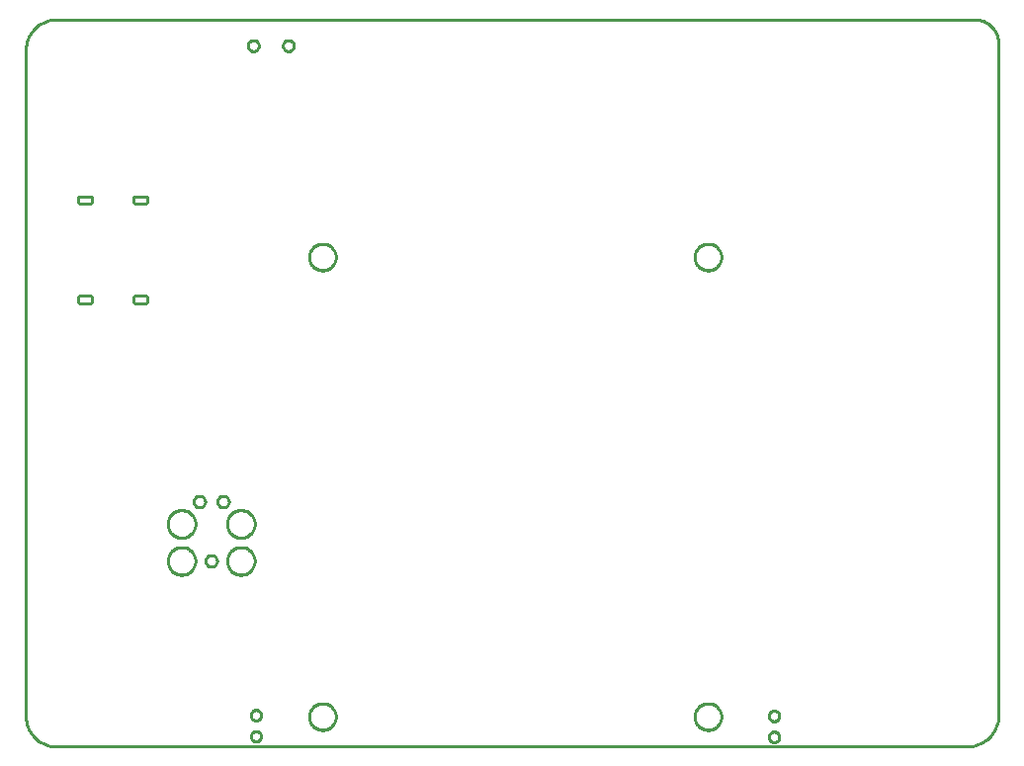
<source format=gbr>
G04 EAGLE Gerber RS-274X export*
G75*
%MOMM*%
%FSLAX34Y34*%
%LPD*%
%IN*%
%IPPOS*%
%AMOC8*
5,1,8,0,0,1.08239X$1,22.5*%
G01*
%ADD10C,0.254000*%


D10*
X-228600Y25400D02*
X-228503Y23186D01*
X-228214Y20989D01*
X-227735Y18826D01*
X-227068Y16713D01*
X-226220Y14666D01*
X-225197Y12700D01*
X-224006Y10831D01*
X-222658Y9073D01*
X-221161Y7440D01*
X-219527Y5942D01*
X-217769Y4594D01*
X-215900Y3403D01*
X-213935Y2380D01*
X-211887Y1532D01*
X-209774Y865D01*
X-207611Y386D01*
X-205414Y97D01*
X-203200Y0D01*
X577850Y0D01*
X580174Y102D01*
X582481Y405D01*
X584753Y909D01*
X586972Y1608D01*
X589121Y2499D01*
X591185Y3573D01*
X593147Y4823D01*
X594993Y6240D01*
X596709Y7811D01*
X598280Y9527D01*
X599697Y11373D01*
X600947Y13335D01*
X602021Y15399D01*
X602912Y17548D01*
X603611Y19767D01*
X604115Y22039D01*
X604419Y24346D01*
X604520Y26670D01*
X604520Y602234D01*
X604444Y603983D01*
X604215Y605718D01*
X603836Y607427D01*
X603310Y609097D01*
X602640Y610714D01*
X601832Y612267D01*
X600891Y613743D01*
X599825Y615132D01*
X598643Y616423D01*
X597352Y617605D01*
X595963Y618671D01*
X594487Y619612D01*
X592934Y620420D01*
X591317Y621090D01*
X589647Y621616D01*
X587938Y621995D01*
X586203Y622224D01*
X584454Y622300D01*
X-203200Y622300D01*
X-205414Y622203D01*
X-207611Y621914D01*
X-209774Y621435D01*
X-211887Y620768D01*
X-213935Y619920D01*
X-215900Y618897D01*
X-217769Y617706D01*
X-219527Y616358D01*
X-221161Y614861D01*
X-222658Y613227D01*
X-224006Y611469D01*
X-225197Y609600D01*
X-226220Y607635D01*
X-227068Y605587D01*
X-227735Y603474D01*
X-228214Y601311D01*
X-228503Y599114D01*
X-228600Y596900D01*
X-228600Y25400D01*
X-183900Y381150D02*
X-183895Y381028D01*
X-183879Y380907D01*
X-183852Y380788D01*
X-183816Y380671D01*
X-183769Y380558D01*
X-183712Y380450D01*
X-183647Y380347D01*
X-183572Y380250D01*
X-183490Y380160D01*
X-183400Y380078D01*
X-183303Y380003D01*
X-183200Y379938D01*
X-183092Y379881D01*
X-182979Y379834D01*
X-182862Y379798D01*
X-182743Y379771D01*
X-182622Y379755D01*
X-182500Y379750D01*
X-173300Y379750D01*
X-173178Y379755D01*
X-173057Y379771D01*
X-172938Y379798D01*
X-172821Y379834D01*
X-172708Y379881D01*
X-172600Y379938D01*
X-172497Y380003D01*
X-172400Y380078D01*
X-172310Y380160D01*
X-172228Y380250D01*
X-172153Y380347D01*
X-172088Y380450D01*
X-172031Y380558D01*
X-171984Y380671D01*
X-171948Y380788D01*
X-171921Y380907D01*
X-171905Y381028D01*
X-171900Y381150D01*
X-171900Y384350D01*
X-171905Y384472D01*
X-171921Y384593D01*
X-171948Y384712D01*
X-171984Y384829D01*
X-172031Y384942D01*
X-172088Y385050D01*
X-172153Y385153D01*
X-172228Y385250D01*
X-172310Y385340D01*
X-172400Y385422D01*
X-172497Y385497D01*
X-172600Y385562D01*
X-172708Y385619D01*
X-172821Y385666D01*
X-172938Y385702D01*
X-173057Y385729D01*
X-173178Y385745D01*
X-173300Y385750D01*
X-182500Y385750D01*
X-182622Y385745D01*
X-182743Y385729D01*
X-182862Y385702D01*
X-182979Y385666D01*
X-183092Y385619D01*
X-183200Y385562D01*
X-183303Y385497D01*
X-183400Y385422D01*
X-183490Y385340D01*
X-183572Y385250D01*
X-183647Y385153D01*
X-183712Y385050D01*
X-183769Y384942D01*
X-183816Y384829D01*
X-183852Y384712D01*
X-183879Y384593D01*
X-183895Y384472D01*
X-183900Y384350D01*
X-183900Y381150D01*
X-183900Y466550D02*
X-183895Y466428D01*
X-183879Y466307D01*
X-183852Y466188D01*
X-183816Y466071D01*
X-183769Y465958D01*
X-183712Y465850D01*
X-183647Y465747D01*
X-183572Y465650D01*
X-183490Y465560D01*
X-183400Y465478D01*
X-183303Y465403D01*
X-183200Y465338D01*
X-183092Y465281D01*
X-182979Y465234D01*
X-182862Y465198D01*
X-182743Y465171D01*
X-182622Y465155D01*
X-182500Y465150D01*
X-173300Y465150D01*
X-173178Y465155D01*
X-173057Y465171D01*
X-172938Y465198D01*
X-172821Y465234D01*
X-172708Y465281D01*
X-172600Y465338D01*
X-172497Y465403D01*
X-172400Y465478D01*
X-172310Y465560D01*
X-172228Y465650D01*
X-172153Y465747D01*
X-172088Y465850D01*
X-172031Y465958D01*
X-171984Y466071D01*
X-171948Y466188D01*
X-171921Y466307D01*
X-171905Y466428D01*
X-171900Y466550D01*
X-171900Y469750D01*
X-171905Y469872D01*
X-171921Y469993D01*
X-171948Y470112D01*
X-171984Y470229D01*
X-172031Y470342D01*
X-172088Y470450D01*
X-172153Y470553D01*
X-172228Y470650D01*
X-172310Y470740D01*
X-172400Y470822D01*
X-172497Y470897D01*
X-172600Y470962D01*
X-172708Y471019D01*
X-172821Y471066D01*
X-172938Y471102D01*
X-173057Y471129D01*
X-173178Y471145D01*
X-173300Y471150D01*
X-182500Y471150D01*
X-182622Y471145D01*
X-182743Y471129D01*
X-182862Y471102D01*
X-182979Y471066D01*
X-183092Y471019D01*
X-183200Y470962D01*
X-183303Y470897D01*
X-183400Y470822D01*
X-183490Y470740D01*
X-183572Y470650D01*
X-183647Y470553D01*
X-183712Y470450D01*
X-183769Y470342D01*
X-183816Y470229D01*
X-183852Y470112D01*
X-183879Y469993D01*
X-183895Y469872D01*
X-183900Y469750D01*
X-183900Y466550D01*
X-136600Y381150D02*
X-136595Y381028D01*
X-136579Y380907D01*
X-136552Y380788D01*
X-136516Y380671D01*
X-136469Y380558D01*
X-136412Y380450D01*
X-136347Y380347D01*
X-136272Y380250D01*
X-136190Y380160D01*
X-136100Y380078D01*
X-136003Y380003D01*
X-135900Y379938D01*
X-135792Y379881D01*
X-135679Y379834D01*
X-135562Y379798D01*
X-135443Y379771D01*
X-135322Y379755D01*
X-135200Y379750D01*
X-126000Y379750D01*
X-125878Y379755D01*
X-125757Y379771D01*
X-125638Y379798D01*
X-125521Y379834D01*
X-125408Y379881D01*
X-125300Y379938D01*
X-125197Y380003D01*
X-125100Y380078D01*
X-125010Y380160D01*
X-124928Y380250D01*
X-124853Y380347D01*
X-124788Y380450D01*
X-124731Y380558D01*
X-124684Y380671D01*
X-124648Y380788D01*
X-124621Y380907D01*
X-124605Y381028D01*
X-124600Y381150D01*
X-124600Y384350D01*
X-124605Y384472D01*
X-124621Y384593D01*
X-124648Y384712D01*
X-124684Y384829D01*
X-124731Y384942D01*
X-124788Y385050D01*
X-124853Y385153D01*
X-124928Y385250D01*
X-125010Y385340D01*
X-125100Y385422D01*
X-125197Y385497D01*
X-125300Y385562D01*
X-125408Y385619D01*
X-125521Y385666D01*
X-125638Y385702D01*
X-125757Y385729D01*
X-125878Y385745D01*
X-126000Y385750D01*
X-135200Y385750D01*
X-135322Y385745D01*
X-135443Y385729D01*
X-135562Y385702D01*
X-135679Y385666D01*
X-135792Y385619D01*
X-135900Y385562D01*
X-136003Y385497D01*
X-136100Y385422D01*
X-136190Y385340D01*
X-136272Y385250D01*
X-136347Y385153D01*
X-136412Y385050D01*
X-136469Y384942D01*
X-136516Y384829D01*
X-136552Y384712D01*
X-136579Y384593D01*
X-136595Y384472D01*
X-136600Y384350D01*
X-136600Y381150D01*
X-136600Y466550D02*
X-136595Y466428D01*
X-136579Y466307D01*
X-136552Y466188D01*
X-136516Y466071D01*
X-136469Y465958D01*
X-136412Y465850D01*
X-136347Y465747D01*
X-136272Y465650D01*
X-136190Y465560D01*
X-136100Y465478D01*
X-136003Y465403D01*
X-135900Y465338D01*
X-135792Y465281D01*
X-135679Y465234D01*
X-135562Y465198D01*
X-135443Y465171D01*
X-135322Y465155D01*
X-135200Y465150D01*
X-126000Y465150D01*
X-125878Y465155D01*
X-125757Y465171D01*
X-125638Y465198D01*
X-125521Y465234D01*
X-125408Y465281D01*
X-125300Y465338D01*
X-125197Y465403D01*
X-125100Y465478D01*
X-125010Y465560D01*
X-124928Y465650D01*
X-124853Y465747D01*
X-124788Y465850D01*
X-124731Y465958D01*
X-124684Y466071D01*
X-124648Y466188D01*
X-124621Y466307D01*
X-124605Y466428D01*
X-124600Y466550D01*
X-124600Y469750D01*
X-124605Y469872D01*
X-124621Y469993D01*
X-124648Y470112D01*
X-124684Y470229D01*
X-124731Y470342D01*
X-124788Y470450D01*
X-124853Y470553D01*
X-124928Y470650D01*
X-125010Y470740D01*
X-125100Y470822D01*
X-125197Y470897D01*
X-125300Y470962D01*
X-125408Y471019D01*
X-125521Y471066D01*
X-125638Y471102D01*
X-125757Y471129D01*
X-125878Y471145D01*
X-126000Y471150D01*
X-135200Y471150D01*
X-135322Y471145D01*
X-135443Y471129D01*
X-135562Y471102D01*
X-135679Y471066D01*
X-135792Y471019D01*
X-135900Y470962D01*
X-136003Y470897D01*
X-136100Y470822D01*
X-136190Y470740D01*
X-136272Y470650D01*
X-136347Y470553D01*
X-136412Y470450D01*
X-136469Y470342D01*
X-136516Y470229D01*
X-136552Y470112D01*
X-136579Y469993D01*
X-136595Y469872D01*
X-136600Y469750D01*
X-136600Y466550D01*
X36830Y24951D02*
X36760Y24056D01*
X36619Y23168D01*
X36409Y22295D01*
X36132Y21441D01*
X35788Y20611D01*
X35380Y19811D01*
X34911Y19045D01*
X34383Y18318D01*
X33800Y17635D01*
X33165Y17000D01*
X32482Y16417D01*
X31755Y15889D01*
X30989Y15420D01*
X30189Y15012D01*
X29359Y14668D01*
X28505Y14391D01*
X27632Y14181D01*
X26745Y14040D01*
X25849Y13970D01*
X24951Y13970D01*
X24056Y14040D01*
X23168Y14181D01*
X22295Y14391D01*
X21441Y14668D01*
X20611Y15012D01*
X19811Y15420D01*
X19045Y15889D01*
X18318Y16417D01*
X17635Y17000D01*
X17000Y17635D01*
X16417Y18318D01*
X15889Y19045D01*
X15420Y19811D01*
X15012Y20611D01*
X14668Y21441D01*
X14391Y22295D01*
X14181Y23168D01*
X14040Y24056D01*
X13970Y24951D01*
X13970Y25849D01*
X14040Y26745D01*
X14181Y27632D01*
X14391Y28505D01*
X14668Y29359D01*
X15012Y30189D01*
X15420Y30989D01*
X15889Y31755D01*
X16417Y32482D01*
X17000Y33165D01*
X17635Y33800D01*
X18318Y34383D01*
X19045Y34911D01*
X19811Y35380D01*
X20611Y35788D01*
X21441Y36132D01*
X22295Y36409D01*
X23168Y36619D01*
X24056Y36760D01*
X24951Y36830D01*
X25849Y36830D01*
X26745Y36760D01*
X27632Y36619D01*
X28505Y36409D01*
X29359Y36132D01*
X30189Y35788D01*
X30989Y35380D01*
X31755Y34911D01*
X32482Y34383D01*
X33165Y33800D01*
X33800Y33165D01*
X34383Y32482D01*
X34911Y31755D01*
X35380Y30989D01*
X35788Y30189D01*
X36132Y29359D01*
X36409Y28505D01*
X36619Y27632D01*
X36760Y26745D01*
X36830Y25849D01*
X36830Y24951D01*
X367030Y24951D02*
X366960Y24056D01*
X366819Y23168D01*
X366609Y22295D01*
X366332Y21441D01*
X365988Y20611D01*
X365580Y19811D01*
X365111Y19045D01*
X364583Y18318D01*
X364000Y17635D01*
X363365Y17000D01*
X362682Y16417D01*
X361955Y15889D01*
X361189Y15420D01*
X360389Y15012D01*
X359559Y14668D01*
X358705Y14391D01*
X357832Y14181D01*
X356945Y14040D01*
X356049Y13970D01*
X355151Y13970D01*
X354256Y14040D01*
X353368Y14181D01*
X352495Y14391D01*
X351641Y14668D01*
X350811Y15012D01*
X350011Y15420D01*
X349245Y15889D01*
X348518Y16417D01*
X347835Y17000D01*
X347200Y17635D01*
X346617Y18318D01*
X346089Y19045D01*
X345620Y19811D01*
X345212Y20611D01*
X344868Y21441D01*
X344591Y22295D01*
X344381Y23168D01*
X344240Y24056D01*
X344170Y24951D01*
X344170Y25849D01*
X344240Y26745D01*
X344381Y27632D01*
X344591Y28505D01*
X344868Y29359D01*
X345212Y30189D01*
X345620Y30989D01*
X346089Y31755D01*
X346617Y32482D01*
X347200Y33165D01*
X347835Y33800D01*
X348518Y34383D01*
X349245Y34911D01*
X350011Y35380D01*
X350811Y35788D01*
X351641Y36132D01*
X352495Y36409D01*
X353368Y36619D01*
X354256Y36760D01*
X355151Y36830D01*
X356049Y36830D01*
X356945Y36760D01*
X357832Y36619D01*
X358705Y36409D01*
X359559Y36132D01*
X360389Y35788D01*
X361189Y35380D01*
X361955Y34911D01*
X362682Y34383D01*
X363365Y33800D01*
X364000Y33165D01*
X364583Y32482D01*
X365111Y31755D01*
X365580Y30989D01*
X365988Y30189D01*
X366332Y29359D01*
X366609Y28505D01*
X366819Y27632D01*
X366960Y26745D01*
X367030Y25849D01*
X367030Y24951D01*
X367030Y418651D02*
X366960Y417756D01*
X366819Y416868D01*
X366609Y415995D01*
X366332Y415141D01*
X365988Y414311D01*
X365580Y413511D01*
X365111Y412745D01*
X364583Y412018D01*
X364000Y411335D01*
X363365Y410700D01*
X362682Y410117D01*
X361955Y409589D01*
X361189Y409120D01*
X360389Y408712D01*
X359559Y408368D01*
X358705Y408091D01*
X357832Y407881D01*
X356945Y407740D01*
X356049Y407670D01*
X355151Y407670D01*
X354256Y407740D01*
X353368Y407881D01*
X352495Y408091D01*
X351641Y408368D01*
X350811Y408712D01*
X350011Y409120D01*
X349245Y409589D01*
X348518Y410117D01*
X347835Y410700D01*
X347200Y411335D01*
X346617Y412018D01*
X346089Y412745D01*
X345620Y413511D01*
X345212Y414311D01*
X344868Y415141D01*
X344591Y415995D01*
X344381Y416868D01*
X344240Y417756D01*
X344170Y418651D01*
X344170Y419549D01*
X344240Y420445D01*
X344381Y421332D01*
X344591Y422205D01*
X344868Y423059D01*
X345212Y423889D01*
X345620Y424689D01*
X346089Y425455D01*
X346617Y426182D01*
X347200Y426865D01*
X347835Y427500D01*
X348518Y428083D01*
X349245Y428611D01*
X350011Y429080D01*
X350811Y429488D01*
X351641Y429832D01*
X352495Y430109D01*
X353368Y430319D01*
X354256Y430460D01*
X355151Y430530D01*
X356049Y430530D01*
X356945Y430460D01*
X357832Y430319D01*
X358705Y430109D01*
X359559Y429832D01*
X360389Y429488D01*
X361189Y429080D01*
X361955Y428611D01*
X362682Y428083D01*
X363365Y427500D01*
X364000Y426865D01*
X364583Y426182D01*
X365111Y425455D01*
X365580Y424689D01*
X365988Y423889D01*
X366332Y423059D01*
X366609Y422205D01*
X366819Y421332D01*
X366960Y420445D01*
X367030Y419549D01*
X367030Y418651D01*
X36830Y418651D02*
X36760Y417756D01*
X36619Y416868D01*
X36409Y415995D01*
X36132Y415141D01*
X35788Y414311D01*
X35380Y413511D01*
X34911Y412745D01*
X34383Y412018D01*
X33800Y411335D01*
X33165Y410700D01*
X32482Y410117D01*
X31755Y409589D01*
X30989Y409120D01*
X30189Y408712D01*
X29359Y408368D01*
X28505Y408091D01*
X27632Y407881D01*
X26745Y407740D01*
X25849Y407670D01*
X24951Y407670D01*
X24056Y407740D01*
X23168Y407881D01*
X22295Y408091D01*
X21441Y408368D01*
X20611Y408712D01*
X19811Y409120D01*
X19045Y409589D01*
X18318Y410117D01*
X17635Y410700D01*
X17000Y411335D01*
X16417Y412018D01*
X15889Y412745D01*
X15420Y413511D01*
X15012Y414311D01*
X14668Y415141D01*
X14391Y415995D01*
X14181Y416868D01*
X14040Y417756D01*
X13970Y418651D01*
X13970Y419549D01*
X14040Y420445D01*
X14181Y421332D01*
X14391Y422205D01*
X14668Y423059D01*
X15012Y423889D01*
X15420Y424689D01*
X15889Y425455D01*
X16417Y426182D01*
X17000Y426865D01*
X17635Y427500D01*
X18318Y428083D01*
X19045Y428611D01*
X19811Y429080D01*
X20611Y429488D01*
X21441Y429832D01*
X22295Y430109D01*
X23168Y430319D01*
X24056Y430460D01*
X24951Y430530D01*
X25849Y430530D01*
X26745Y430460D01*
X27632Y430319D01*
X28505Y430109D01*
X29359Y429832D01*
X30189Y429488D01*
X30989Y429080D01*
X31755Y428611D01*
X32482Y428083D01*
X33165Y427500D01*
X33800Y426865D01*
X34383Y426182D01*
X34911Y425455D01*
X35380Y424689D01*
X35788Y423889D01*
X36132Y423059D01*
X36409Y422205D01*
X36619Y421332D01*
X36760Y420445D01*
X36830Y419549D01*
X36830Y418651D01*
X-69572Y163703D02*
X-69019Y163641D01*
X-68477Y163517D01*
X-67952Y163333D01*
X-67450Y163092D01*
X-66979Y162796D01*
X-66544Y162449D01*
X-66151Y162056D01*
X-65804Y161621D01*
X-65508Y161150D01*
X-65267Y160648D01*
X-65083Y160123D01*
X-64959Y159581D01*
X-64897Y159028D01*
X-64897Y158472D01*
X-64959Y157919D01*
X-65083Y157377D01*
X-65267Y156852D01*
X-65508Y156350D01*
X-65804Y155879D01*
X-66151Y155444D01*
X-66544Y155051D01*
X-66979Y154704D01*
X-67450Y154408D01*
X-67952Y154167D01*
X-68477Y153983D01*
X-69019Y153859D01*
X-69572Y153797D01*
X-70128Y153797D01*
X-70681Y153859D01*
X-71223Y153983D01*
X-71748Y154167D01*
X-72250Y154408D01*
X-72721Y154704D01*
X-73156Y155051D01*
X-73549Y155444D01*
X-73896Y155879D01*
X-74192Y156350D01*
X-74433Y156852D01*
X-74617Y157377D01*
X-74741Y157919D01*
X-74803Y158472D01*
X-74803Y159028D01*
X-74741Y159581D01*
X-74617Y160123D01*
X-74433Y160648D01*
X-74192Y161150D01*
X-73896Y161621D01*
X-73549Y162056D01*
X-73156Y162449D01*
X-72721Y162796D01*
X-72250Y163092D01*
X-71748Y163333D01*
X-71223Y163517D01*
X-70681Y163641D01*
X-70128Y163703D01*
X-69572Y163703D01*
X-79722Y214503D02*
X-79169Y214441D01*
X-78627Y214317D01*
X-78102Y214133D01*
X-77600Y213892D01*
X-77129Y213596D01*
X-76694Y213249D01*
X-76301Y212856D01*
X-75954Y212421D01*
X-75658Y211950D01*
X-75417Y211448D01*
X-75233Y210923D01*
X-75109Y210381D01*
X-75047Y209828D01*
X-75047Y209272D01*
X-75109Y208719D01*
X-75233Y208177D01*
X-75417Y207652D01*
X-75658Y207150D01*
X-75954Y206679D01*
X-76301Y206244D01*
X-76694Y205851D01*
X-77129Y205504D01*
X-77600Y205208D01*
X-78102Y204967D01*
X-78627Y204783D01*
X-79169Y204659D01*
X-79722Y204597D01*
X-80278Y204597D01*
X-80831Y204659D01*
X-81373Y204783D01*
X-81898Y204967D01*
X-82400Y205208D01*
X-82871Y205504D01*
X-83306Y205851D01*
X-83699Y206244D01*
X-84046Y206679D01*
X-84342Y207150D01*
X-84583Y207652D01*
X-84767Y208177D01*
X-84891Y208719D01*
X-84953Y209272D01*
X-84953Y209828D01*
X-84891Y210381D01*
X-84767Y210923D01*
X-84583Y211448D01*
X-84342Y211950D01*
X-84046Y212421D01*
X-83699Y212856D01*
X-83306Y213249D01*
X-82871Y213596D01*
X-82400Y213892D01*
X-81898Y214133D01*
X-81373Y214317D01*
X-80831Y214441D01*
X-80278Y214503D01*
X-79722Y214503D01*
X-59422Y214503D02*
X-58869Y214441D01*
X-58327Y214317D01*
X-57802Y214133D01*
X-57300Y213892D01*
X-56829Y213596D01*
X-56394Y213249D01*
X-56001Y212856D01*
X-55654Y212421D01*
X-55358Y211950D01*
X-55117Y211448D01*
X-54933Y210923D01*
X-54809Y210381D01*
X-54747Y209828D01*
X-54747Y209272D01*
X-54809Y208719D01*
X-54933Y208177D01*
X-55117Y207652D01*
X-55358Y207150D01*
X-55654Y206679D01*
X-56001Y206244D01*
X-56394Y205851D01*
X-56829Y205504D01*
X-57300Y205208D01*
X-57802Y204967D01*
X-58327Y204783D01*
X-58869Y204659D01*
X-59422Y204597D01*
X-59978Y204597D01*
X-60531Y204659D01*
X-61073Y204783D01*
X-61598Y204967D01*
X-62100Y205208D01*
X-62571Y205504D01*
X-63006Y205851D01*
X-63399Y206244D01*
X-63746Y206679D01*
X-64042Y207150D01*
X-64283Y207652D01*
X-64467Y208177D01*
X-64591Y208719D01*
X-64653Y209272D01*
X-64653Y209828D01*
X-64591Y210381D01*
X-64467Y210923D01*
X-64283Y211448D01*
X-64042Y211950D01*
X-63746Y212421D01*
X-63399Y212856D01*
X-63006Y213249D01*
X-62571Y213596D01*
X-62100Y213892D01*
X-61598Y214133D01*
X-61073Y214317D01*
X-60531Y214441D01*
X-59978Y214503D01*
X-59422Y214503D01*
X-94783Y170625D02*
X-93853Y170551D01*
X-92932Y170405D01*
X-92024Y170188D01*
X-91137Y169899D01*
X-90275Y169542D01*
X-89443Y169118D01*
X-88648Y168631D01*
X-87893Y168082D01*
X-87183Y167476D01*
X-86524Y166817D01*
X-85918Y166107D01*
X-85369Y165352D01*
X-84882Y164557D01*
X-84458Y163725D01*
X-84101Y162863D01*
X-83813Y161976D01*
X-83595Y161068D01*
X-83449Y160147D01*
X-83376Y159217D01*
X-83376Y158283D01*
X-83449Y157353D01*
X-83595Y156432D01*
X-83813Y155524D01*
X-84101Y154637D01*
X-84458Y153775D01*
X-84882Y152943D01*
X-85369Y152148D01*
X-85918Y151393D01*
X-86524Y150683D01*
X-87183Y150024D01*
X-87893Y149418D01*
X-88648Y148869D01*
X-89443Y148382D01*
X-90275Y147958D01*
X-91137Y147601D01*
X-92024Y147313D01*
X-92932Y147095D01*
X-93853Y146949D01*
X-94783Y146876D01*
X-95717Y146876D01*
X-96647Y146949D01*
X-97568Y147095D01*
X-98476Y147313D01*
X-99363Y147601D01*
X-100225Y147958D01*
X-101057Y148382D01*
X-101852Y148869D01*
X-102607Y149418D01*
X-103317Y150024D01*
X-103976Y150683D01*
X-104582Y151393D01*
X-105131Y152148D01*
X-105618Y152943D01*
X-106042Y153775D01*
X-106399Y154637D01*
X-106688Y155524D01*
X-106905Y156432D01*
X-107051Y157353D01*
X-107125Y158283D01*
X-107125Y159217D01*
X-107051Y160147D01*
X-106905Y161068D01*
X-106688Y161976D01*
X-106399Y162863D01*
X-106042Y163725D01*
X-105618Y164557D01*
X-105131Y165352D01*
X-104582Y166107D01*
X-103976Y166817D01*
X-103317Y167476D01*
X-102607Y168082D01*
X-101852Y168631D01*
X-101057Y169118D01*
X-100225Y169542D01*
X-99363Y169899D01*
X-98476Y170188D01*
X-97568Y170405D01*
X-96647Y170551D01*
X-95717Y170625D01*
X-94783Y170625D01*
X-94783Y202375D02*
X-93853Y202301D01*
X-92932Y202155D01*
X-92024Y201938D01*
X-91137Y201649D01*
X-90275Y201292D01*
X-89443Y200868D01*
X-88648Y200381D01*
X-87893Y199832D01*
X-87183Y199226D01*
X-86524Y198567D01*
X-85918Y197857D01*
X-85369Y197102D01*
X-84882Y196307D01*
X-84458Y195475D01*
X-84101Y194613D01*
X-83813Y193726D01*
X-83595Y192818D01*
X-83449Y191897D01*
X-83376Y190967D01*
X-83376Y190033D01*
X-83449Y189103D01*
X-83595Y188182D01*
X-83813Y187274D01*
X-84101Y186387D01*
X-84458Y185525D01*
X-84882Y184693D01*
X-85369Y183898D01*
X-85918Y183143D01*
X-86524Y182433D01*
X-87183Y181774D01*
X-87893Y181168D01*
X-88648Y180619D01*
X-89443Y180132D01*
X-90275Y179708D01*
X-91137Y179351D01*
X-92024Y179063D01*
X-92932Y178845D01*
X-93853Y178699D01*
X-94783Y178626D01*
X-95717Y178626D01*
X-96647Y178699D01*
X-97568Y178845D01*
X-98476Y179063D01*
X-99363Y179351D01*
X-100225Y179708D01*
X-101057Y180132D01*
X-101852Y180619D01*
X-102607Y181168D01*
X-103317Y181774D01*
X-103976Y182433D01*
X-104582Y183143D01*
X-105131Y183898D01*
X-105618Y184693D01*
X-106042Y185525D01*
X-106399Y186387D01*
X-106688Y187274D01*
X-106905Y188182D01*
X-107051Y189103D01*
X-107125Y190033D01*
X-107125Y190967D01*
X-107051Y191897D01*
X-106905Y192818D01*
X-106688Y193726D01*
X-106399Y194613D01*
X-106042Y195475D01*
X-105618Y196307D01*
X-105131Y197102D01*
X-104582Y197857D01*
X-103976Y198567D01*
X-103317Y199226D01*
X-102607Y199832D01*
X-101852Y200381D01*
X-101057Y200868D01*
X-100225Y201292D01*
X-99363Y201649D01*
X-98476Y201938D01*
X-97568Y202155D01*
X-96647Y202301D01*
X-95717Y202375D01*
X-94783Y202375D01*
X-43983Y202375D02*
X-43053Y202301D01*
X-42132Y202155D01*
X-41224Y201938D01*
X-40337Y201649D01*
X-39475Y201292D01*
X-38643Y200868D01*
X-37848Y200381D01*
X-37093Y199832D01*
X-36383Y199226D01*
X-35724Y198567D01*
X-35118Y197857D01*
X-34569Y197102D01*
X-34082Y196307D01*
X-33658Y195475D01*
X-33301Y194613D01*
X-33013Y193726D01*
X-32795Y192818D01*
X-32649Y191897D01*
X-32576Y190967D01*
X-32576Y190033D01*
X-32649Y189103D01*
X-32795Y188182D01*
X-33013Y187274D01*
X-33301Y186387D01*
X-33658Y185525D01*
X-34082Y184693D01*
X-34569Y183898D01*
X-35118Y183143D01*
X-35724Y182433D01*
X-36383Y181774D01*
X-37093Y181168D01*
X-37848Y180619D01*
X-38643Y180132D01*
X-39475Y179708D01*
X-40337Y179351D01*
X-41224Y179063D01*
X-42132Y178845D01*
X-43053Y178699D01*
X-43983Y178626D01*
X-44917Y178626D01*
X-45847Y178699D01*
X-46768Y178845D01*
X-47676Y179063D01*
X-48563Y179351D01*
X-49425Y179708D01*
X-50257Y180132D01*
X-51052Y180619D01*
X-51807Y181168D01*
X-52517Y181774D01*
X-53176Y182433D01*
X-53782Y183143D01*
X-54331Y183898D01*
X-54818Y184693D01*
X-55242Y185525D01*
X-55599Y186387D01*
X-55888Y187274D01*
X-56105Y188182D01*
X-56251Y189103D01*
X-56325Y190033D01*
X-56325Y190967D01*
X-56251Y191897D01*
X-56105Y192818D01*
X-55888Y193726D01*
X-55599Y194613D01*
X-55242Y195475D01*
X-54818Y196307D01*
X-54331Y197102D01*
X-53782Y197857D01*
X-53176Y198567D01*
X-52517Y199226D01*
X-51807Y199832D01*
X-51052Y200381D01*
X-50257Y200868D01*
X-49425Y201292D01*
X-48563Y201649D01*
X-47676Y201938D01*
X-46768Y202155D01*
X-45847Y202301D01*
X-44917Y202375D01*
X-43983Y202375D01*
X-43983Y170625D02*
X-43053Y170551D01*
X-42132Y170405D01*
X-41224Y170188D01*
X-40337Y169899D01*
X-39475Y169542D01*
X-38643Y169118D01*
X-37848Y168631D01*
X-37093Y168082D01*
X-36383Y167476D01*
X-35724Y166817D01*
X-35118Y166107D01*
X-34569Y165352D01*
X-34082Y164557D01*
X-33658Y163725D01*
X-33301Y162863D01*
X-33013Y161976D01*
X-32795Y161068D01*
X-32649Y160147D01*
X-32576Y159217D01*
X-32576Y158283D01*
X-32649Y157353D01*
X-32795Y156432D01*
X-33013Y155524D01*
X-33301Y154637D01*
X-33658Y153775D01*
X-34082Y152943D01*
X-34569Y152148D01*
X-35118Y151393D01*
X-35724Y150683D01*
X-36383Y150024D01*
X-37093Y149418D01*
X-37848Y148869D01*
X-38643Y148382D01*
X-39475Y147958D01*
X-40337Y147601D01*
X-41224Y147313D01*
X-42132Y147095D01*
X-43053Y146949D01*
X-43983Y146876D01*
X-44917Y146876D01*
X-45847Y146949D01*
X-46768Y147095D01*
X-47676Y147313D01*
X-48563Y147601D01*
X-49425Y147958D01*
X-50257Y148382D01*
X-51052Y148869D01*
X-51807Y149418D01*
X-52517Y150024D01*
X-53176Y150683D01*
X-53782Y151393D01*
X-54331Y152148D01*
X-54818Y152943D01*
X-55242Y153775D01*
X-55599Y154637D01*
X-55888Y155524D01*
X-56105Y156432D01*
X-56251Y157353D01*
X-56325Y158283D01*
X-56325Y159217D01*
X-56251Y160147D01*
X-56105Y161068D01*
X-55888Y161976D01*
X-55599Y162863D01*
X-55242Y163725D01*
X-54818Y164557D01*
X-54331Y165352D01*
X-53782Y166107D01*
X-53176Y166817D01*
X-52517Y167476D01*
X-51807Y168082D01*
X-51052Y168631D01*
X-50257Y169118D01*
X-49425Y169542D01*
X-48563Y169899D01*
X-47676Y170188D01*
X-46768Y170405D01*
X-45847Y170551D01*
X-44917Y170625D01*
X-43983Y170625D01*
X-29046Y599935D02*
X-29106Y599405D01*
X-29224Y598885D01*
X-29401Y598381D01*
X-29632Y597901D01*
X-29916Y597449D01*
X-30249Y597032D01*
X-30626Y596655D01*
X-31043Y596322D01*
X-31495Y596038D01*
X-31975Y595807D01*
X-32479Y595630D01*
X-32999Y595512D01*
X-33529Y595452D01*
X-34063Y595452D01*
X-34593Y595512D01*
X-35113Y595630D01*
X-35617Y595807D01*
X-36097Y596038D01*
X-36549Y596322D01*
X-36966Y596655D01*
X-37343Y597032D01*
X-37676Y597449D01*
X-37960Y597901D01*
X-38191Y598381D01*
X-38368Y598885D01*
X-38486Y599405D01*
X-38546Y599935D01*
X-38546Y600469D01*
X-38486Y600999D01*
X-38368Y601519D01*
X-38191Y602023D01*
X-37960Y602503D01*
X-37676Y602955D01*
X-37343Y603372D01*
X-36966Y603749D01*
X-36549Y604082D01*
X-36097Y604366D01*
X-35617Y604597D01*
X-35113Y604774D01*
X-34593Y604892D01*
X-34063Y604952D01*
X-33529Y604952D01*
X-32999Y604892D01*
X-32479Y604774D01*
X-31975Y604597D01*
X-31495Y604366D01*
X-31043Y604082D01*
X-30626Y603749D01*
X-30249Y603372D01*
X-29916Y602955D01*
X-29632Y602503D01*
X-29401Y602023D01*
X-29224Y601519D01*
X-29106Y600999D01*
X-29046Y600469D01*
X-29046Y599935D01*
X954Y599935D02*
X894Y599405D01*
X776Y598885D01*
X599Y598381D01*
X368Y597901D01*
X84Y597449D01*
X-249Y597032D01*
X-626Y596655D01*
X-1043Y596322D01*
X-1495Y596038D01*
X-1975Y595807D01*
X-2479Y595630D01*
X-2999Y595512D01*
X-3529Y595452D01*
X-4063Y595452D01*
X-4593Y595512D01*
X-5113Y595630D01*
X-5617Y595807D01*
X-6097Y596038D01*
X-6549Y596322D01*
X-6966Y596655D01*
X-7343Y597032D01*
X-7676Y597449D01*
X-7960Y597901D01*
X-8191Y598381D01*
X-8368Y598885D01*
X-8486Y599405D01*
X-8546Y599935D01*
X-8546Y600469D01*
X-8486Y600999D01*
X-8368Y601519D01*
X-8191Y602023D01*
X-7960Y602503D01*
X-7676Y602955D01*
X-7343Y603372D01*
X-6966Y603749D01*
X-6549Y604082D01*
X-6097Y604366D01*
X-5617Y604597D01*
X-5113Y604774D01*
X-4593Y604892D01*
X-4063Y604952D01*
X-3529Y604952D01*
X-2999Y604892D01*
X-2479Y604774D01*
X-1975Y604597D01*
X-1495Y604366D01*
X-1043Y604082D01*
X-626Y603749D01*
X-249Y603372D01*
X84Y602955D01*
X368Y602503D01*
X599Y602023D01*
X776Y601519D01*
X894Y600999D01*
X954Y600469D01*
X954Y599935D01*
X-26996Y8231D02*
X-27073Y7646D01*
X-27226Y7076D01*
X-27451Y6531D01*
X-27746Y6021D01*
X-28105Y5553D01*
X-28523Y5135D01*
X-28991Y4776D01*
X-29501Y4481D01*
X-30046Y4256D01*
X-30616Y4103D01*
X-31201Y4026D01*
X-31791Y4026D01*
X-32376Y4103D01*
X-32946Y4256D01*
X-33491Y4481D01*
X-34001Y4776D01*
X-34469Y5135D01*
X-34887Y5553D01*
X-35246Y6021D01*
X-35541Y6531D01*
X-35766Y7076D01*
X-35919Y7646D01*
X-35996Y8231D01*
X-35996Y8821D01*
X-35919Y9406D01*
X-35766Y9976D01*
X-35541Y10521D01*
X-35246Y11031D01*
X-34887Y11499D01*
X-34469Y11917D01*
X-34001Y12276D01*
X-33491Y12571D01*
X-32946Y12796D01*
X-32376Y12949D01*
X-31791Y13026D01*
X-31201Y13026D01*
X-30616Y12949D01*
X-30046Y12796D01*
X-29501Y12571D01*
X-28991Y12276D01*
X-28523Y11917D01*
X-28105Y11499D01*
X-27746Y11031D01*
X-27451Y10521D01*
X-27226Y9976D01*
X-27073Y9406D01*
X-26996Y8821D01*
X-26996Y8231D01*
X-26996Y26231D02*
X-27073Y25646D01*
X-27226Y25076D01*
X-27451Y24531D01*
X-27746Y24021D01*
X-28105Y23553D01*
X-28523Y23135D01*
X-28991Y22776D01*
X-29501Y22481D01*
X-30046Y22256D01*
X-30616Y22103D01*
X-31201Y22026D01*
X-31791Y22026D01*
X-32376Y22103D01*
X-32946Y22256D01*
X-33491Y22481D01*
X-34001Y22776D01*
X-34469Y23135D01*
X-34887Y23553D01*
X-35246Y24021D01*
X-35541Y24531D01*
X-35766Y25076D01*
X-35919Y25646D01*
X-35996Y26231D01*
X-35996Y26821D01*
X-35919Y27406D01*
X-35766Y27976D01*
X-35541Y28521D01*
X-35246Y29031D01*
X-34887Y29499D01*
X-34469Y29917D01*
X-34001Y30276D01*
X-33491Y30571D01*
X-32946Y30796D01*
X-32376Y30949D01*
X-31791Y31026D01*
X-31201Y31026D01*
X-30616Y30949D01*
X-30046Y30796D01*
X-29501Y30571D01*
X-28991Y30276D01*
X-28523Y29917D01*
X-28105Y29499D01*
X-27746Y29031D01*
X-27451Y28521D01*
X-27226Y27976D01*
X-27073Y27406D01*
X-26996Y26821D01*
X-26996Y26231D01*
X416742Y7723D02*
X416665Y7138D01*
X416512Y6568D01*
X416287Y6023D01*
X415992Y5513D01*
X415633Y5045D01*
X415215Y4627D01*
X414747Y4268D01*
X414237Y3973D01*
X413692Y3748D01*
X413122Y3595D01*
X412537Y3518D01*
X411947Y3518D01*
X411362Y3595D01*
X410792Y3748D01*
X410247Y3973D01*
X409737Y4268D01*
X409269Y4627D01*
X408851Y5045D01*
X408492Y5513D01*
X408197Y6023D01*
X407972Y6568D01*
X407819Y7138D01*
X407742Y7723D01*
X407742Y8313D01*
X407819Y8898D01*
X407972Y9468D01*
X408197Y10013D01*
X408492Y10523D01*
X408851Y10991D01*
X409269Y11409D01*
X409737Y11768D01*
X410247Y12063D01*
X410792Y12288D01*
X411362Y12441D01*
X411947Y12518D01*
X412537Y12518D01*
X413122Y12441D01*
X413692Y12288D01*
X414237Y12063D01*
X414747Y11768D01*
X415215Y11409D01*
X415633Y10991D01*
X415992Y10523D01*
X416287Y10013D01*
X416512Y9468D01*
X416665Y8898D01*
X416742Y8313D01*
X416742Y7723D01*
X416742Y25723D02*
X416665Y25138D01*
X416512Y24568D01*
X416287Y24023D01*
X415992Y23513D01*
X415633Y23045D01*
X415215Y22627D01*
X414747Y22268D01*
X414237Y21973D01*
X413692Y21748D01*
X413122Y21595D01*
X412537Y21518D01*
X411947Y21518D01*
X411362Y21595D01*
X410792Y21748D01*
X410247Y21973D01*
X409737Y22268D01*
X409269Y22627D01*
X408851Y23045D01*
X408492Y23513D01*
X408197Y24023D01*
X407972Y24568D01*
X407819Y25138D01*
X407742Y25723D01*
X407742Y26313D01*
X407819Y26898D01*
X407972Y27468D01*
X408197Y28013D01*
X408492Y28523D01*
X408851Y28991D01*
X409269Y29409D01*
X409737Y29768D01*
X410247Y30063D01*
X410792Y30288D01*
X411362Y30441D01*
X411947Y30518D01*
X412537Y30518D01*
X413122Y30441D01*
X413692Y30288D01*
X414237Y30063D01*
X414747Y29768D01*
X415215Y29409D01*
X415633Y28991D01*
X415992Y28523D01*
X416287Y28013D01*
X416512Y27468D01*
X416665Y26898D01*
X416742Y26313D01*
X416742Y25723D01*
M02*

</source>
